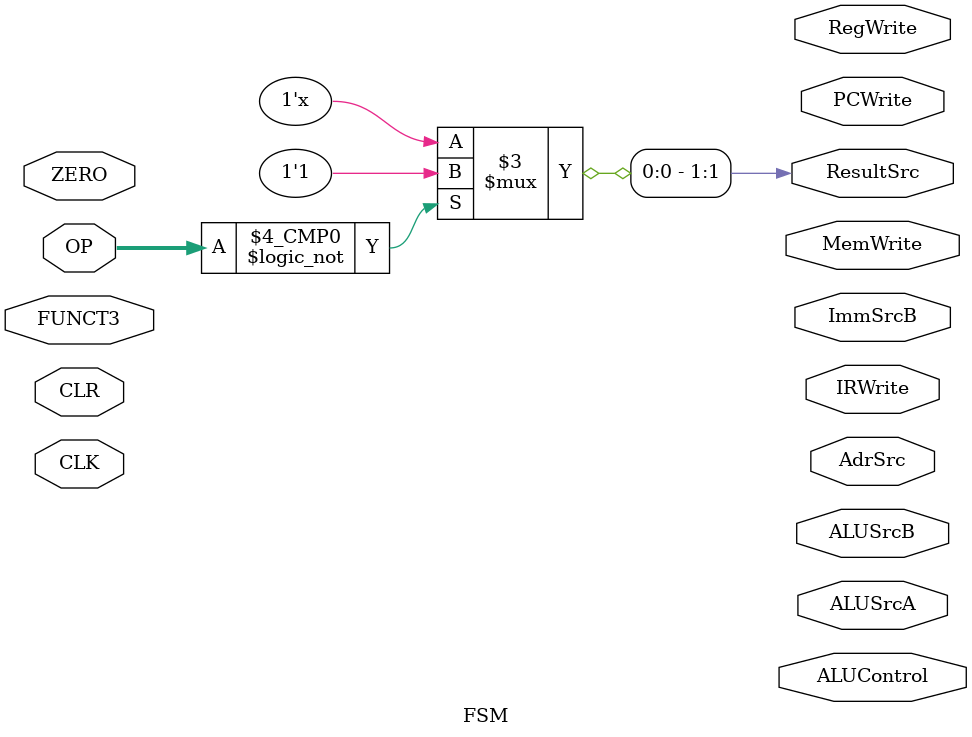
<source format=v>
module FSM
(
input CLK,
input CLR,
input [1:0] OP,
input [2:0] FUNCT3,
input ZERO,
output PCWrite,
output AdrSrc,
output MemWrite,
output IRWrite,
output reg [1:0] ResultSrc,
output reg [2:0] ALUControl,
output [1:0] ALUSrcA,
output [1:0] ALUSrcB,
output [1:0] ImmSrcB,
output RegWrite
);

// Função que identifica a operação
function automatic integer ula_aritmetica;
    input [1:0] A;
	 input [1:0] B; 
	 input [2:0] FUNCT3;
	 
    begin
	 
		case(FUNCT3)
			3'b000    : ula_aritmetica = 2'h11;
		endcase
	 
    end
	 
  endfunction


// Switch
always @ (OP | FUNCT3) begin
    case(OP)
      2'b00    : ResultSrc[1] = 1;//ula_aritmetica(ALUSrcA,ALUSrcB,FUNCT3); 		
      //3'b01    : ALUResult = subtrai(SrcA,SrcB); 		
      //3'b10    : ALUResult = AandB(SrcA,SrcB);
		//3'b11    : ALUResult = AorB(SrcA,SrcB);
    endcase
	 //Zero=iszero(ALUResult); // se a saída for 0, a flag de 0 acende
 end


endmodule
</source>
